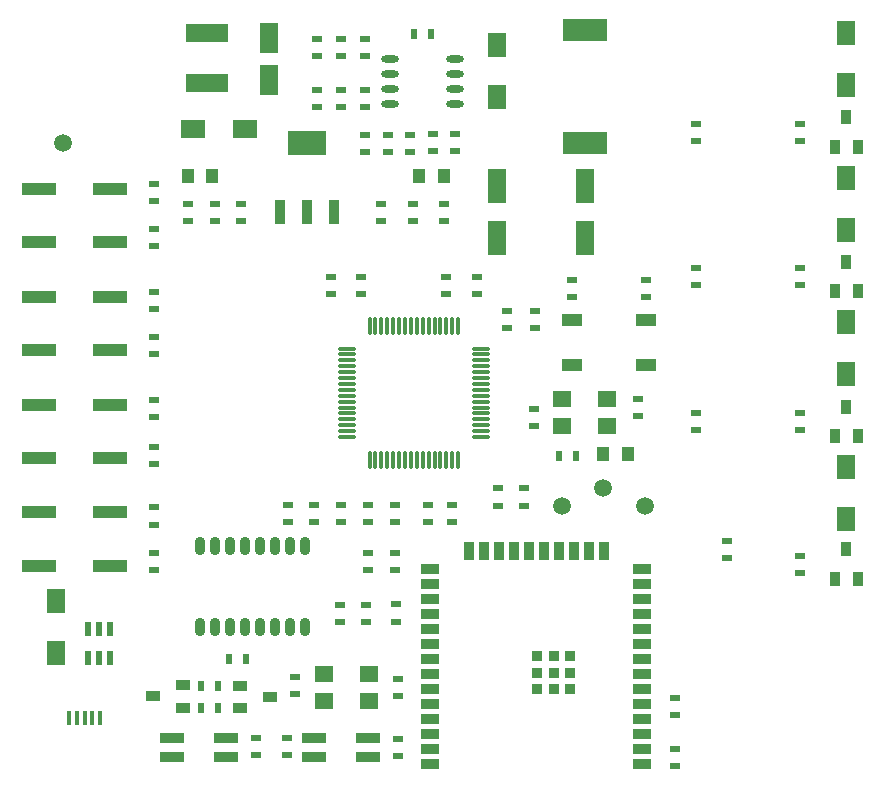
<source format=gbr>
%TF.GenerationSoftware,Altium Limited,Altium Designer,24.9.1 (31)*%
G04 Layer_Color=8421504*
%FSLAX45Y45*%
%MOMM*%
%TF.SameCoordinates,27D3D336-BC1F-43B1-B9D8-2BE266924E3D*%
%TF.FilePolarity,Positive*%
%TF.FileFunction,Paste,Top*%
%TF.Part,Single*%
G01*
G75*
%TA.AperFunction,SMDPad,CuDef*%
%ADD10R,0.85000X1.20000*%
%ADD11R,0.90000X0.55000*%
%ADD12R,3.80000X1.90000*%
%ADD13O,1.50000X0.60000*%
%ADD14C,1.50000*%
G04:AMPARAMS|DCode=15|XSize=1.49mm|YSize=0.28mm|CornerRadius=0.07mm|HoleSize=0mm|Usage=FLASHONLY|Rotation=180.000|XOffset=0mm|YOffset=0mm|HoleType=Round|Shape=RoundedRectangle|*
%AMROUNDEDRECTD15*
21,1,1.49000,0.14000,0,0,180.0*
21,1,1.35000,0.28000,0,0,180.0*
1,1,0.14000,-0.67500,0.07000*
1,1,0.14000,0.67500,0.07000*
1,1,0.14000,0.67500,-0.07000*
1,1,0.14000,-0.67500,-0.07000*
%
%ADD15ROUNDEDRECTD15*%
G04:AMPARAMS|DCode=16|XSize=1.49mm|YSize=0.28mm|CornerRadius=0.07mm|HoleSize=0mm|Usage=FLASHONLY|Rotation=270.000|XOffset=0mm|YOffset=0mm|HoleType=Round|Shape=RoundedRectangle|*
%AMROUNDEDRECTD16*
21,1,1.49000,0.14000,0,0,270.0*
21,1,1.35000,0.28000,0,0,270.0*
1,1,0.14000,-0.07000,-0.67500*
1,1,0.14000,-0.07000,0.67500*
1,1,0.14000,0.07000,0.67500*
1,1,0.14000,0.07000,-0.67500*
%
%ADD16ROUNDEDRECTD16*%
%ADD17O,0.90000X1.55000*%
%TA.AperFunction,ConnectorPad*%
%ADD18R,1.50000X0.90000*%
%TA.AperFunction,SMDPad,CuDef*%
G04:AMPARAMS|DCode=19|XSize=1.21mm|YSize=0.59mm|CornerRadius=0.07375mm|HoleSize=0mm|Usage=FLASHONLY|Rotation=270.000|XOffset=0mm|YOffset=0mm|HoleType=Round|Shape=RoundedRectangle|*
%AMROUNDEDRECTD19*
21,1,1.21000,0.44250,0,0,270.0*
21,1,1.06250,0.59000,0,0,270.0*
1,1,0.14750,-0.22125,-0.53125*
1,1,0.14750,-0.22125,0.53125*
1,1,0.14750,0.22125,0.53125*
1,1,0.14750,0.22125,-0.53125*
%
%ADD19ROUNDEDRECTD19*%
%ADD21R,1.60000X1.40000*%
%ADD22R,0.90000X2.15000*%
%ADD23R,3.25000X2.15000*%
%ADD24R,3.00000X1.00000*%
%ADD25R,1.70000X1.00000*%
%ADD26R,0.55000X0.90000*%
%TA.AperFunction,BGAPad,CuDef*%
%ADD27R,0.90000X0.90000*%
%TA.AperFunction,ConnectorPad*%
%ADD28R,0.90000X1.50000*%
%TA.AperFunction,SMDPad,CuDef*%
%ADD29R,1.20000X0.85000*%
%ADD30R,2.00000X0.90000*%
%ADD31R,1.60000X3.00000*%
%ADD32R,0.45000X1.30000*%
%ADD33R,1.10000X1.20000*%
%ADD34R,1.55000X2.10000*%
%ADD35R,2.10000X1.55000*%
%ADD36R,3.55600X1.52400*%
%ADD37R,1.60000X2.60000*%
D10*
X6981439Y1719039D02*
D03*
X7170420Y1719580D02*
D03*
X7076440Y1969041D02*
D03*
Y3178081D02*
D03*
X7170420Y2928620D02*
D03*
X6981439Y2928079D02*
D03*
X7076440Y5626641D02*
D03*
X7170420Y5377180D02*
D03*
X6981439Y5376639D02*
D03*
X7170420Y4155440D02*
D03*
X6981439Y4154899D02*
D03*
X7076440Y4404901D02*
D03*
D11*
X3946441Y4272195D02*
D03*
Y4127195D02*
D03*
X6062980Y2038460D02*
D03*
Y1893460D02*
D03*
X3002280Y5330080D02*
D03*
Y5475080D02*
D03*
X5798267Y5574410D02*
D03*
Y5429410D02*
D03*
X6684727Y5428870D02*
D03*
Y5573870D02*
D03*
X1498600Y4890100D02*
D03*
Y4745100D02*
D03*
X2796168Y5858080D02*
D03*
Y5713080D02*
D03*
X3759920Y5485240D02*
D03*
Y5340240D02*
D03*
X3573780D02*
D03*
Y5485240D02*
D03*
X3027433Y2347902D02*
D03*
Y2202902D02*
D03*
X3256589Y2346896D02*
D03*
Y2201896D02*
D03*
X5378719Y4101880D02*
D03*
Y4246880D02*
D03*
X1210276Y1795708D02*
D03*
Y1940708D02*
D03*
X3278024Y219600D02*
D03*
Y364600D02*
D03*
X5798267Y3125850D02*
D03*
Y2980850D02*
D03*
X6684727Y2980310D02*
D03*
Y3125310D02*
D03*
X3665220Y4745100D02*
D03*
Y4890100D02*
D03*
X1210276Y4533346D02*
D03*
Y4678346D02*
D03*
X3256590Y1795707D02*
D03*
Y1940707D02*
D03*
X3027949Y1795707D02*
D03*
Y1940707D02*
D03*
X3383280Y5332620D02*
D03*
Y5477620D02*
D03*
X1726207Y4890100D02*
D03*
Y4745100D02*
D03*
X3689376Y4127195D02*
D03*
Y4272195D02*
D03*
X1210276Y3765800D02*
D03*
Y3620800D02*
D03*
X1210276Y2834940D02*
D03*
Y2689940D02*
D03*
X2337927Y225220D02*
D03*
Y370220D02*
D03*
X2797890Y2201896D02*
D03*
Y2346896D02*
D03*
X2997588Y5713620D02*
D03*
Y5858620D02*
D03*
X6684727Y1771540D02*
D03*
Y1916540D02*
D03*
Y4207130D02*
D03*
Y4352130D02*
D03*
X5798267Y4352670D02*
D03*
Y4207670D02*
D03*
X4347947Y2484596D02*
D03*
Y2339596D02*
D03*
X1210276Y2323707D02*
D03*
Y2178707D02*
D03*
Y3091253D02*
D03*
Y3236253D02*
D03*
X1210276Y4916345D02*
D03*
Y5061345D02*
D03*
Y4003800D02*
D03*
Y4148800D02*
D03*
X4125075Y2339596D02*
D03*
Y2484596D02*
D03*
X3736340Y2203340D02*
D03*
Y2348340D02*
D03*
X3533140D02*
D03*
Y2203340D02*
D03*
X4201107Y3987949D02*
D03*
Y3842949D02*
D03*
X4748719Y4247431D02*
D03*
Y4102431D02*
D03*
X4438545Y3987949D02*
D03*
Y3842949D02*
D03*
X4432535Y3156740D02*
D03*
Y3011740D02*
D03*
X3136900Y4890100D02*
D03*
Y4745100D02*
D03*
X3406140Y4890640D02*
D03*
Y4745640D02*
D03*
X2969236Y4127195D02*
D03*
Y4272195D02*
D03*
X2712170D02*
D03*
Y4127195D02*
D03*
X1949727Y4890100D02*
D03*
Y4745100D02*
D03*
X2405383Y888347D02*
D03*
Y743348D02*
D03*
X3278024Y725838D02*
D03*
Y870837D02*
D03*
X2075180Y369680D02*
D03*
Y224680D02*
D03*
X5622472Y281034D02*
D03*
Y136034D02*
D03*
Y562500D02*
D03*
Y707500D02*
D03*
X2352040Y2347436D02*
D03*
Y2202436D02*
D03*
X2570480Y2347436D02*
D03*
Y2202436D02*
D03*
X3008729Y1356940D02*
D03*
Y1501940D02*
D03*
X2787729Y1356940D02*
D03*
Y1501940D02*
D03*
X3260380Y1502480D02*
D03*
Y1357480D02*
D03*
X5308481Y3241740D02*
D03*
Y3096740D02*
D03*
X2596168Y5713080D02*
D03*
Y5858080D02*
D03*
X2996168Y6147440D02*
D03*
Y6292440D02*
D03*
X2796168Y6147440D02*
D03*
Y6292440D02*
D03*
X2596168Y6147440D02*
D03*
Y6292440D02*
D03*
X3197860Y5477620D02*
D03*
Y5332620D02*
D03*
D12*
X4864100Y5410320D02*
D03*
Y6370320D02*
D03*
D13*
X3759920Y5995200D02*
D03*
Y5868200D02*
D03*
Y5741200D02*
D03*
X3209920Y6122200D02*
D03*
Y5995200D02*
D03*
Y5868200D02*
D03*
Y5741200D02*
D03*
X3759920Y6122200D02*
D03*
D14*
X441960Y5407660D02*
D03*
X5372279Y2333166D02*
D03*
X4666111D02*
D03*
X5016500Y2486660D02*
D03*
D15*
X2846760Y3219380D02*
D03*
Y3269380D02*
D03*
Y3319380D02*
D03*
Y3369380D02*
D03*
Y3419380D02*
D03*
Y3469380D02*
D03*
Y3519380D02*
D03*
Y3569380D02*
D03*
Y3619380D02*
D03*
Y3669380D02*
D03*
X3980760D02*
D03*
Y3619380D02*
D03*
Y3569380D02*
D03*
Y3519380D02*
D03*
Y3469380D02*
D03*
Y3419380D02*
D03*
Y3369380D02*
D03*
Y3319380D02*
D03*
Y3269380D02*
D03*
Y3219380D02*
D03*
Y3169380D02*
D03*
Y3119380D02*
D03*
Y3069380D02*
D03*
Y3019380D02*
D03*
Y2969380D02*
D03*
Y2919380D02*
D03*
X2846760D02*
D03*
Y2969380D02*
D03*
Y3019380D02*
D03*
Y3069380D02*
D03*
Y3119380D02*
D03*
Y3169380D02*
D03*
D16*
X3038760Y3861380D02*
D03*
X3088760D02*
D03*
X3138760D02*
D03*
X3188760D02*
D03*
X3238760D02*
D03*
X3288760D02*
D03*
X3338760D02*
D03*
X3388760D02*
D03*
X3438760D02*
D03*
X3488760D02*
D03*
X3538760D02*
D03*
X3588760D02*
D03*
X3638760D02*
D03*
X3688760D02*
D03*
X3738760D02*
D03*
X3788760D02*
D03*
Y2727380D02*
D03*
X3738760D02*
D03*
X3688760D02*
D03*
X3638760D02*
D03*
X3588760D02*
D03*
X3538760D02*
D03*
X3488760D02*
D03*
X3438760D02*
D03*
X3388760D02*
D03*
X3338760D02*
D03*
X3288760D02*
D03*
X3238760D02*
D03*
X3188760D02*
D03*
X3138760D02*
D03*
X3088760D02*
D03*
X3038760D02*
D03*
D17*
X1606219Y1311252D02*
D03*
X1733219D02*
D03*
X1860219D02*
D03*
X1987219D02*
D03*
X2114219D02*
D03*
X2241219D02*
D03*
X2368219D02*
D03*
X2495219D02*
D03*
X1606219Y1996252D02*
D03*
X1733219D02*
D03*
X1860219D02*
D03*
X1987219D02*
D03*
X2114219D02*
D03*
X2241219D02*
D03*
X2368219D02*
D03*
X2495219D02*
D03*
D18*
X3547400Y914560D02*
D03*
Y787560D02*
D03*
Y660560D02*
D03*
Y533560D02*
D03*
Y406560D02*
D03*
Y279560D02*
D03*
Y152560D02*
D03*
X5347400Y1803560D02*
D03*
Y1676560D02*
D03*
Y1549560D02*
D03*
Y1422560D02*
D03*
Y1295560D02*
D03*
Y1168560D02*
D03*
Y1041560D02*
D03*
Y914560D02*
D03*
Y787560D02*
D03*
Y660560D02*
D03*
Y533560D02*
D03*
Y406560D02*
D03*
Y279560D02*
D03*
Y152560D02*
D03*
X3547400Y1803560D02*
D03*
Y1676560D02*
D03*
Y1549560D02*
D03*
Y1422560D02*
D03*
Y1295560D02*
D03*
Y1168560D02*
D03*
Y1041560D02*
D03*
D19*
X841760Y1296729D02*
D03*
X746760D02*
D03*
X651760D02*
D03*
Y1045729D02*
D03*
X746760D02*
D03*
X841760D02*
D03*
D21*
X4666480Y3011740D02*
D03*
X5046480D02*
D03*
Y3241740D02*
D03*
X4666480D02*
D03*
X3032262Y683067D02*
D03*
X2652262D02*
D03*
Y913068D02*
D03*
X3032262D02*
D03*
D22*
X2280520Y4825100D02*
D03*
X2509520D02*
D03*
X2738520D02*
D03*
D23*
X2509520Y5411100D02*
D03*
D24*
X238200Y4569325D02*
D03*
Y5019325D02*
D03*
X838200Y4569325D02*
D03*
Y5019325D02*
D03*
X837739Y2281687D02*
D03*
Y1831687D02*
D03*
X237739Y2281687D02*
D03*
Y1831687D02*
D03*
X838200Y4106779D02*
D03*
Y3656779D02*
D03*
X238200Y4106779D02*
D03*
Y3656779D02*
D03*
Y2744233D02*
D03*
Y3194233D02*
D03*
X838200Y2744233D02*
D03*
Y3194233D02*
D03*
D25*
X4748719Y3908060D02*
D03*
X5378719D02*
D03*
Y3528060D02*
D03*
X4748719D02*
D03*
D26*
X4787900Y2763520D02*
D03*
X4642900D02*
D03*
X1614063Y814337D02*
D03*
X1759063D02*
D03*
X1757647Y625356D02*
D03*
X1612647D02*
D03*
X1995081Y1044660D02*
D03*
X1850081D02*
D03*
X3557690Y6331700D02*
D03*
X3412690D02*
D03*
D27*
X4457400Y784560D02*
D03*
X4597400Y1064560D02*
D03*
X4457400D02*
D03*
Y924560D02*
D03*
X4597400D02*
D03*
X4737400D02*
D03*
Y1064560D02*
D03*
X4597400Y784560D02*
D03*
X4737400D02*
D03*
D28*
X4130400Y1953560D02*
D03*
X5019400D02*
D03*
X4892400D02*
D03*
X4765400D02*
D03*
X4638400D02*
D03*
X4003400D02*
D03*
X4511400D02*
D03*
X4384400D02*
D03*
X4257400D02*
D03*
X3876400D02*
D03*
D29*
X2191418Y719336D02*
D03*
X1941957Y625356D02*
D03*
X1941416Y814337D02*
D03*
X1205959Y723900D02*
D03*
X1455420Y817880D02*
D03*
X1455961Y628899D02*
D03*
D30*
X1822580Y372100D02*
D03*
X1362580D02*
D03*
X1822580Y212100D02*
D03*
X1362580D02*
D03*
X2566540D02*
D03*
X3026540D02*
D03*
X2566540Y372100D02*
D03*
X3026540D02*
D03*
D31*
X4114820Y5045077D02*
D03*
Y4605076D02*
D03*
X4864100Y5045077D02*
D03*
Y4605076D02*
D03*
D32*
X496352Y541760D02*
D03*
X756352D02*
D03*
X561352D02*
D03*
X626352D02*
D03*
X691352D02*
D03*
D33*
X5227320Y2776220D02*
D03*
X5017320D02*
D03*
X1708600Y5128260D02*
D03*
X1498600D02*
D03*
X3458620D02*
D03*
X3668620D02*
D03*
D34*
X4114820Y6239200D02*
D03*
Y5799200D02*
D03*
X7076440Y3450628D02*
D03*
Y3890628D02*
D03*
Y5115235D02*
D03*
Y4675235D02*
D03*
Y6339843D02*
D03*
Y5899843D02*
D03*
X382332Y1530230D02*
D03*
Y1090229D02*
D03*
X7076440Y2666021D02*
D03*
Y2226020D02*
D03*
D35*
X1540220Y5529580D02*
D03*
X1980220D02*
D03*
D36*
X1660840Y6341720D02*
D03*
Y5921580D02*
D03*
D37*
X2184920Y6299940D02*
D03*
Y5939940D02*
D03*
%TF.MD5,f5279350e1e9accd99b0087f3bf3facb*%
M02*

</source>
